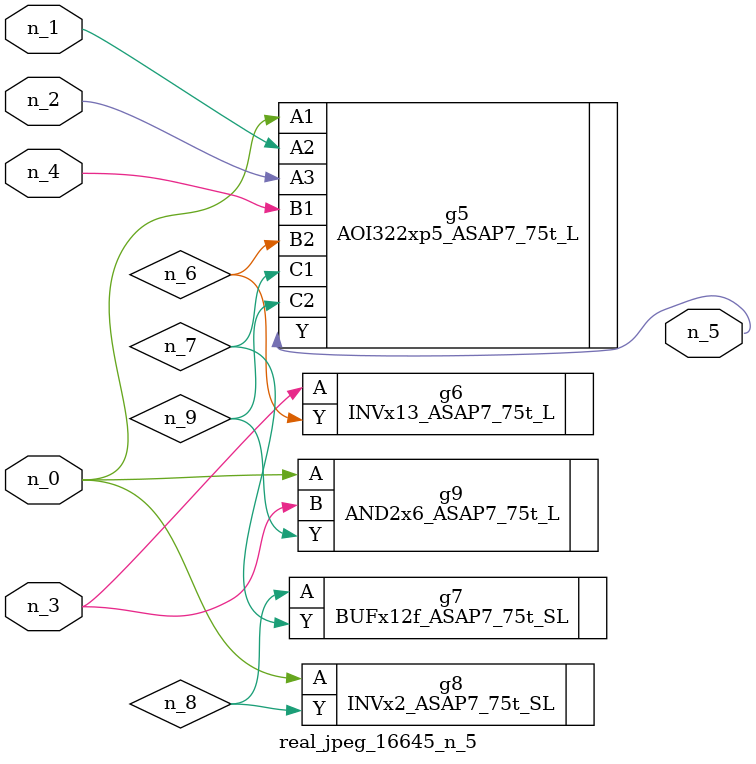
<source format=v>
module real_jpeg_16645_n_5 (n_4, n_0, n_1, n_2, n_3, n_5);

input n_4;
input n_0;
input n_1;
input n_2;
input n_3;

output n_5;

wire n_8;
wire n_6;
wire n_7;
wire n_9;

AOI322xp5_ASAP7_75t_L g5 ( 
.A1(n_0),
.A2(n_1),
.A3(n_2),
.B1(n_4),
.B2(n_6),
.C1(n_7),
.C2(n_9),
.Y(n_5)
);

INVx2_ASAP7_75t_SL g8 ( 
.A(n_0),
.Y(n_8)
);

AND2x6_ASAP7_75t_L g9 ( 
.A(n_0),
.B(n_3),
.Y(n_9)
);

INVx13_ASAP7_75t_L g6 ( 
.A(n_3),
.Y(n_6)
);

BUFx12f_ASAP7_75t_SL g7 ( 
.A(n_8),
.Y(n_7)
);


endmodule
</source>
